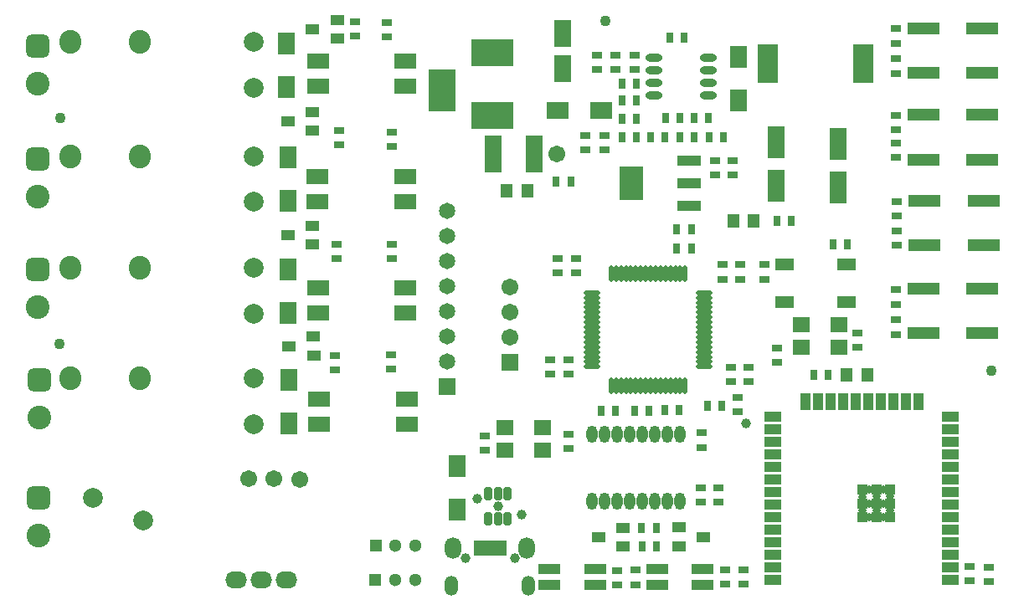
<source format=gts>
G04*
G04 #@! TF.GenerationSoftware,Altium Limited,Altium Designer,23.6.0 (18)*
G04*
G04 Layer_Color=8388736*
%FSTAX44Y44*%
%MOMM*%
G71*
G04*
G04 #@! TF.SameCoordinates,7A204BF5-4CC6-4CC0-A9E4-A723DCFD74C1*
G04*
G04*
G04 #@! TF.FilePolarity,Negative*
G04*
G01*
G75*
%ADD23R,2.2000X1.6000*%
%ADD47R,1.1032X1.1032*%
%ADD48R,1.1032X1.7032*%
%ADD49R,1.7032X1.1032*%
%ADD50R,1.1032X0.7532*%
%ADD51R,1.4032X1.0532*%
%ADD52C,1.7032*%
%ADD53R,0.7532X1.1032*%
%ADD54R,1.8032X1.6032*%
%ADD55R,1.3032X1.4032*%
%ADD56R,1.8032X3.2032*%
%ADD57R,1.7532X2.3032*%
%ADD58R,3.2032X1.2032*%
%ADD59R,2.1032X4.0032*%
G04:AMPARAMS|DCode=60|XSize=1.4132mm|YSize=0.7932mm|CornerRadius=0.1754mm|HoleSize=0mm|Usage=FLASHONLY|Rotation=270.000|XOffset=0mm|YOffset=0mm|HoleType=Round|Shape=RoundedRectangle|*
%AMROUNDEDRECTD60*
21,1,1.4132,0.4425,0,0,270.0*
21,1,1.0625,0.7932,0,0,270.0*
1,1,0.3507,-0.2213,-0.5313*
1,1,0.3507,-0.2213,0.5313*
1,1,0.3507,0.2213,0.5313*
1,1,0.3507,0.2213,-0.5313*
%
%ADD60ROUNDEDRECTD60*%
%ADD61R,2.3532X3.4532*%
%ADD62R,2.3532X1.1032*%
%ADD63R,0.6532X1.5032*%
G04:AMPARAMS|DCode=64|XSize=1.6932mm|YSize=0.4832mm|CornerRadius=0.1716mm|HoleSize=0mm|Usage=FLASHONLY|Rotation=270.000|XOffset=0mm|YOffset=0mm|HoleType=Round|Shape=RoundedRectangle|*
%AMROUNDEDRECTD64*
21,1,1.6932,0.1400,0,0,270.0*
21,1,1.3500,0.4832,0,0,270.0*
1,1,0.3432,-0.0700,-0.6750*
1,1,0.3432,-0.0700,0.6750*
1,1,0.3432,0.0700,0.6750*
1,1,0.3432,0.0700,-0.6750*
%
%ADD64ROUNDEDRECTD64*%
G04:AMPARAMS|DCode=65|XSize=1.6932mm|YSize=0.4832mm|CornerRadius=0.1716mm|HoleSize=0mm|Usage=FLASHONLY|Rotation=180.000|XOffset=0mm|YOffset=0mm|HoleType=Round|Shape=RoundedRectangle|*
%AMROUNDEDRECTD65*
21,1,1.6932,0.1400,0,0,180.0*
21,1,1.3500,0.4832,0,0,180.0*
1,1,0.3432,-0.6750,0.0700*
1,1,0.3432,0.6750,0.0700*
1,1,0.3432,0.6750,-0.0700*
1,1,0.3432,-0.6750,-0.0700*
%
%ADD65ROUNDEDRECTD65*%
%ADD66R,1.9032X1.2032*%
%ADD67R,1.7272X3.7592*%
%ADD68R,2.3032X1.7532*%
%ADD69O,1.7032X0.8032*%
%ADD70R,1.8032X2.8032*%
%ADD71R,2.2032X1.1032*%
%ADD72O,1.1032X1.7532*%
%ADD73C,0.8032*%
%ADD74R,1.6510X1.6510*%
%ADD75C,1.6510*%
%ADD76C,2.0032*%
%ADD77C,1.1000*%
%ADD78C,1.3000*%
%ADD79R,1.3000X1.3000*%
%ADD80C,1.0032*%
%ADD81O,1.3532X2.0032*%
%ADD82O,1.6532X2.2032*%
%ADD83R,2.7432X4.2672*%
%ADD84R,4.2672X2.7432*%
%ADD85O,2.2032X2.4032*%
%ADD86C,2.4032*%
G04:AMPARAMS|DCode=87|XSize=2.4032mm|YSize=2.4032mm|CornerRadius=0.6516mm|HoleSize=0mm|Usage=FLASHONLY|Rotation=270.000|XOffset=0mm|YOffset=0mm|HoleType=Round|Shape=RoundedRectangle|*
%AMROUNDEDRECTD87*
21,1,2.4032,1.1000,0,0,270.0*
21,1,1.1000,2.4032,0,0,270.0*
1,1,1.3032,-0.5500,-0.5500*
1,1,1.3032,-0.5500,0.5500*
1,1,1.3032,0.5500,0.5500*
1,1,1.3032,0.5500,-0.5500*
%
%ADD87ROUNDEDRECTD87*%
%ADD88R,1.7032X1.7032*%
%ADD89O,2.2032X1.7032*%
D23*
X00306898Y00183134D02*
D03*
X00395545D02*
D03*
X00306898Y00208534D02*
D03*
X00395545D02*
D03*
X00305943Y00524764D02*
D03*
X00305629Y00408178D02*
D03*
X00305816Y00295402D02*
D03*
X00394589Y00524764D02*
D03*
X00305943Y00550164D02*
D03*
X00394274Y00408178D02*
D03*
X00305629Y00433578D02*
D03*
X00394462Y00295402D02*
D03*
X00305816Y00320802D02*
D03*
X00394589Y00550164D02*
D03*
X00394274Y00433578D02*
D03*
X00394462Y00320802D02*
D03*
D47*
X00856642Y00116586D02*
D03*
X00870642D02*
D03*
X00884642D02*
D03*
X00870642Y00102586D02*
D03*
X00856642D02*
D03*
Y00088586D02*
D03*
X00870642D02*
D03*
X00884642D02*
D03*
Y00102586D02*
D03*
D48*
X00823942Y00205486D02*
D03*
X00912842D02*
D03*
X00900142D02*
D03*
X00887442D02*
D03*
X00874742D02*
D03*
X00811242D02*
D03*
X00862042D02*
D03*
X00849342D02*
D03*
X00836642D02*
D03*
X00798542D02*
D03*
D49*
X00765642Y00190486D02*
D03*
Y00177786D02*
D03*
Y00165086D02*
D03*
Y00152386D02*
D03*
Y00139686D02*
D03*
Y00126986D02*
D03*
Y00114286D02*
D03*
Y00101586D02*
D03*
Y00088886D02*
D03*
Y00076186D02*
D03*
Y00063486D02*
D03*
Y00050786D02*
D03*
Y00038086D02*
D03*
Y00025386D02*
D03*
X00945642Y00190486D02*
D03*
Y00177786D02*
D03*
Y00165086D02*
D03*
Y00152386D02*
D03*
Y00139686D02*
D03*
Y00126986D02*
D03*
Y00114286D02*
D03*
Y00101586D02*
D03*
Y00088886D02*
D03*
Y00076186D02*
D03*
Y00063486D02*
D03*
Y00050786D02*
D03*
Y00038086D02*
D03*
Y00025386D02*
D03*
D50*
X00375666Y00589164D02*
D03*
Y00574664D02*
D03*
X0032512Y00364628D02*
D03*
Y00350128D02*
D03*
X00380746Y00350636D02*
D03*
Y00365136D02*
D03*
X00323342Y0023786D02*
D03*
Y0025236D02*
D03*
X00379476Y00253122D02*
D03*
Y00238622D02*
D03*
X0098425Y00023738D02*
D03*
Y00038238D02*
D03*
X009652Y00023992D02*
D03*
Y00038492D02*
D03*
X00725678Y00449464D02*
D03*
Y00434964D02*
D03*
X00707644D02*
D03*
Y00449464D02*
D03*
X00380492Y00463666D02*
D03*
Y00478166D02*
D03*
X00327152Y00480012D02*
D03*
Y00465512D02*
D03*
X00343154Y00589926D02*
D03*
Y00575426D02*
D03*
X00596138Y0047461D02*
D03*
Y0046011D02*
D03*
X0057658Y0047461D02*
D03*
Y0046011D02*
D03*
X00474472Y0015658D02*
D03*
Y0017108D02*
D03*
X00851662Y0027522D02*
D03*
Y0026072D02*
D03*
X00757174Y00329554D02*
D03*
Y00344054D02*
D03*
X0073279Y00329554D02*
D03*
Y00344054D02*
D03*
X00714756D02*
D03*
Y00329554D02*
D03*
X00566928Y0033565D02*
D03*
Y0035015D02*
D03*
X00548386Y0033565D02*
D03*
Y0035015D02*
D03*
X00559562Y00233404D02*
D03*
Y00247904D02*
D03*
X0054102Y00233404D02*
D03*
Y00247904D02*
D03*
X00559054Y00172604D02*
D03*
Y00158104D02*
D03*
X00736092Y00035698D02*
D03*
Y00021198D02*
D03*
X00717296Y0002069D02*
D03*
Y0003519D02*
D03*
X00626905Y00035052D02*
D03*
Y00020552D02*
D03*
X00608617Y00020436D02*
D03*
Y00034936D02*
D03*
X00693066Y00104002D02*
D03*
Y00118502D02*
D03*
X00710846Y00104002D02*
D03*
Y00118502D02*
D03*
X00730561Y00209688D02*
D03*
Y00195188D02*
D03*
X0074168Y00226176D02*
D03*
Y00240676D02*
D03*
X007239D02*
D03*
Y00226176D02*
D03*
X0076988Y00245226D02*
D03*
Y00259726D02*
D03*
X00889986Y00273734D02*
D03*
Y00288234D02*
D03*
Y00304214D02*
D03*
Y00318714D02*
D03*
X00891256Y00363904D02*
D03*
Y00378404D02*
D03*
X00891286Y00408316D02*
D03*
Y00393816D02*
D03*
X00889986Y00452804D02*
D03*
Y00467304D02*
D03*
Y00495244D02*
D03*
Y00480744D02*
D03*
Y00537894D02*
D03*
Y00552394D02*
D03*
Y00582874D02*
D03*
Y00568374D02*
D03*
X00694239Y00159374D02*
D03*
Y00173874D02*
D03*
X00606806Y00556144D02*
D03*
Y00541644D02*
D03*
X00587756Y00556144D02*
D03*
Y00541644D02*
D03*
X00625856Y00556144D02*
D03*
Y00541644D02*
D03*
D51*
X00325375Y00573024D02*
D03*
X00325321Y00591922D02*
D03*
X00300375Y00582524D02*
D03*
X00275536Y00489204D02*
D03*
X00300482Y00498602D02*
D03*
X00300536Y00479704D02*
D03*
X00301552Y00252374D02*
D03*
X00301498Y00271272D02*
D03*
X00276552Y00261874D02*
D03*
X00614734Y0005908D02*
D03*
X0061468Y00077978D02*
D03*
X00589734Y0006858D02*
D03*
X00275536Y00374396D02*
D03*
X00300482Y00383794D02*
D03*
X00300536Y00364896D02*
D03*
X0069576Y00068834D02*
D03*
X00670814Y00059436D02*
D03*
X0067076Y00078334D02*
D03*
D52*
X00261366Y00127762D02*
D03*
X0023622D02*
D03*
X00287274Y00127254D02*
D03*
X00547116Y00456184D02*
D03*
X00499872Y0027051D02*
D03*
Y0029591D02*
D03*
Y0032131D02*
D03*
D53*
X00686424Y00492252D02*
D03*
X00700924D02*
D03*
X00613526Y00472948D02*
D03*
X00628026D02*
D03*
X00671714Y00492252D02*
D03*
X00657214D02*
D03*
X00613526Y00491744D02*
D03*
X00628026D02*
D03*
X00671946Y00472948D02*
D03*
X00686446D02*
D03*
X00701156D02*
D03*
X00715656D02*
D03*
X00784236Y00388366D02*
D03*
X00769736D02*
D03*
X00613526Y00510794D02*
D03*
X00628026D02*
D03*
X00661786Y00574294D02*
D03*
X00676286D02*
D03*
X00561478Y00428498D02*
D03*
X00546978D02*
D03*
X00841132Y00364744D02*
D03*
X00826632D02*
D03*
X00668898Y00360934D02*
D03*
X00683398D02*
D03*
X00668898Y0037973D02*
D03*
X00683398D02*
D03*
X00640356Y00196596D02*
D03*
X00625856D02*
D03*
X00656706Y0019685D02*
D03*
X00671206D02*
D03*
X0060669Y00196342D02*
D03*
X0059219D02*
D03*
X00633592Y00058928D02*
D03*
X00648092D02*
D03*
X00647838Y00077978D02*
D03*
X00633338D02*
D03*
X00821574Y00232918D02*
D03*
X00807074D02*
D03*
X00714386Y00201271D02*
D03*
X00699886D02*
D03*
X00656982Y00472948D02*
D03*
X00642482D02*
D03*
X00628026Y00527304D02*
D03*
X00613526D02*
D03*
D54*
X0053335Y00156648D02*
D03*
X0049535D02*
D03*
Y00179648D02*
D03*
X0053335D02*
D03*
X00794442Y0028344D02*
D03*
X00832442D02*
D03*
Y0026044D02*
D03*
X00794442D02*
D03*
D55*
X00746846Y00388366D02*
D03*
X00725846D02*
D03*
X00517738Y00418846D02*
D03*
X00496738D02*
D03*
X00861654Y00232918D02*
D03*
X00840654D02*
D03*
D56*
X00831596Y00422754D02*
D03*
Y00466754D02*
D03*
X00769366Y00468024D02*
D03*
Y00424024D02*
D03*
D57*
X0044704Y00096618D02*
D03*
Y00140618D02*
D03*
X00731266Y00554384D02*
D03*
Y00510384D02*
D03*
X00274066Y00568354D02*
D03*
Y00524354D02*
D03*
X00275336Y00452784D02*
D03*
Y00408784D02*
D03*
Y00339754D02*
D03*
Y00295754D02*
D03*
X00276606Y00227994D02*
D03*
Y00183994D02*
D03*
D58*
X00977926Y00319634D02*
D03*
Y00274634D02*
D03*
X00917926Y00319634D02*
D03*
Y00274634D02*
D03*
X00979196Y00408534D02*
D03*
Y00363534D02*
D03*
X00919196Y00408534D02*
D03*
Y00363534D02*
D03*
X00917926Y00450614D02*
D03*
Y00495614D02*
D03*
X00977926Y00450614D02*
D03*
Y00495614D02*
D03*
X00917926Y00538244D02*
D03*
Y00583244D02*
D03*
X00977926Y00538244D02*
D03*
Y00583244D02*
D03*
D59*
X00760996Y00547624D02*
D03*
X00856996D02*
D03*
D60*
X00497434Y00087272D02*
D03*
X00487934D02*
D03*
X00478434D02*
D03*
Y00112372D02*
D03*
X00487934D02*
D03*
X00497434D02*
D03*
D61*
X00622972Y00426394D02*
D03*
D62*
X00681572Y00449294D02*
D03*
Y00426394D02*
D03*
Y00403493D02*
D03*
D63*
X00486452Y0005749D02*
D03*
X00479952D02*
D03*
X00473452D02*
D03*
X00492952D02*
D03*
X00466952D02*
D03*
D64*
X00662326Y00335084D02*
D03*
X00657326D02*
D03*
X00652326D02*
D03*
X00647326D02*
D03*
X00677326Y00221684D02*
D03*
X00672326D02*
D03*
X00667326D02*
D03*
X00662326D02*
D03*
X00657326D02*
D03*
X00652326D02*
D03*
X00647326D02*
D03*
X00642326D02*
D03*
X00637326D02*
D03*
X00632326D02*
D03*
X00627326D02*
D03*
X00622326D02*
D03*
X00617326D02*
D03*
X00612326D02*
D03*
X00607326D02*
D03*
X00602326D02*
D03*
Y00335084D02*
D03*
X00607326D02*
D03*
X00612326D02*
D03*
X00617326D02*
D03*
X00622326D02*
D03*
X00627326D02*
D03*
X00632326D02*
D03*
X00637326D02*
D03*
X00642326D02*
D03*
X00667326D02*
D03*
X00672326D02*
D03*
X00677326D02*
D03*
D65*
X00583126Y00240884D02*
D03*
Y00245884D02*
D03*
Y00250884D02*
D03*
Y00255884D02*
D03*
Y00260884D02*
D03*
Y00265884D02*
D03*
Y00270884D02*
D03*
Y00275884D02*
D03*
Y00280884D02*
D03*
Y00285884D02*
D03*
Y00290884D02*
D03*
Y00295884D02*
D03*
Y00300884D02*
D03*
Y00305884D02*
D03*
Y00310884D02*
D03*
Y00315884D02*
D03*
X00696526D02*
D03*
Y00310884D02*
D03*
Y00305884D02*
D03*
Y00300884D02*
D03*
Y00295884D02*
D03*
Y00290884D02*
D03*
Y00285884D02*
D03*
Y00280884D02*
D03*
Y00275884D02*
D03*
Y00270884D02*
D03*
Y00265884D02*
D03*
Y00260884D02*
D03*
Y00255884D02*
D03*
Y00250884D02*
D03*
Y00245884D02*
D03*
Y00240884D02*
D03*
D66*
X00777744Y00344374D02*
D03*
X00840744D02*
D03*
Y00306374D02*
D03*
X00777744D02*
D03*
D67*
X0048275Y00456184D02*
D03*
X00524764D02*
D03*
D68*
X00591976Y00500634D02*
D03*
X00547976D02*
D03*
D69*
X00700346Y00515874D02*
D03*
Y00528574D02*
D03*
Y00541274D02*
D03*
Y00553974D02*
D03*
X00645346Y00515874D02*
D03*
Y00528574D02*
D03*
Y00541274D02*
D03*
Y00553974D02*
D03*
D70*
X00553466Y00578324D02*
D03*
Y00542324D02*
D03*
D71*
X00649084Y0001994D02*
D03*
X00695084D02*
D03*
X00649084Y0003594D02*
D03*
X00695084D02*
D03*
X00586151D02*
D03*
X00540151D02*
D03*
X00586151Y0001994D02*
D03*
X00540151D02*
D03*
D72*
X00582676Y00104434D02*
D03*
X00595376D02*
D03*
X00608076D02*
D03*
X00620776D02*
D03*
X00633476D02*
D03*
X00646176D02*
D03*
X00658876D02*
D03*
X00671576D02*
D03*
X00582676Y00172934D02*
D03*
X00595376D02*
D03*
X00608076D02*
D03*
X00620776D02*
D03*
X00633476D02*
D03*
X00646176D02*
D03*
X00658876D02*
D03*
X00671576D02*
D03*
D73*
X008636Y00116646D02*
D03*
X0087757D02*
D03*
X00870966Y00109504D02*
D03*
X008636Y00102646D02*
D03*
X00856742Y0010925D02*
D03*
Y0009525D02*
D03*
X00870966Y00095504D02*
D03*
X0087757Y00088646D02*
D03*
X008636D02*
D03*
X00884682Y00095504D02*
D03*
X0087757Y00102646D02*
D03*
X00884682Y00109504D02*
D03*
D74*
X0043688Y00220472D02*
D03*
D75*
Y00245872D02*
D03*
Y00271272D02*
D03*
Y00296672D02*
D03*
Y00322072D02*
D03*
Y00347472D02*
D03*
Y00372872D02*
D03*
Y00398272D02*
D03*
D76*
X00078486Y00108203D02*
D03*
X00129286Y00085343D02*
D03*
X00240836Y00569314D02*
D03*
Y00523314D02*
D03*
Y00453744D02*
D03*
Y00407744D02*
D03*
Y00340714D02*
D03*
Y00294714D02*
D03*
Y00228954D02*
D03*
Y00182954D02*
D03*
D77*
X00044958Y00263652D02*
D03*
X00045212Y00492252D02*
D03*
X0098679Y00236728D02*
D03*
X00596646Y0059055D02*
D03*
D78*
X00404114Y000254D02*
D03*
X00384114D02*
D03*
X00404368Y00059944D02*
D03*
X00384368D02*
D03*
D79*
X00364114Y000254D02*
D03*
X00364368Y00059944D02*
D03*
D80*
X00504952Y0004699D02*
D03*
X00454952D02*
D03*
X00738981Y00183547D02*
D03*
X00512318Y00090932D02*
D03*
X00487934Y00100076D02*
D03*
X00466952Y00107088D02*
D03*
D81*
X00518702Y0001949D02*
D03*
X00441202D02*
D03*
D82*
X00517202Y0005749D02*
D03*
X00442702D02*
D03*
D83*
X00431546Y00520954D02*
D03*
D84*
X00482346Y00559054D02*
D03*
Y00495554D02*
D03*
D85*
X00125836Y00569314D02*
D03*
X00055836D02*
D03*
X00125836Y00453744D02*
D03*
X00055836D02*
D03*
X00125836Y00340714D02*
D03*
X00055836D02*
D03*
X00125836Y00228954D02*
D03*
X00055836D02*
D03*
D86*
X00023586Y00070103D02*
D03*
X00022316Y00527303D02*
D03*
Y00413003D02*
D03*
Y00301243D02*
D03*
X00023876Y00189738D02*
D03*
D87*
X00023586Y00108203D02*
D03*
X00022316Y00565403D02*
D03*
Y00451103D02*
D03*
Y00339343D02*
D03*
X00023876Y00227838D02*
D03*
D88*
X00499872Y0024511D02*
D03*
D89*
X0022348Y000254D02*
D03*
X0024888D02*
D03*
X0027428D02*
D03*
M02*

</source>
